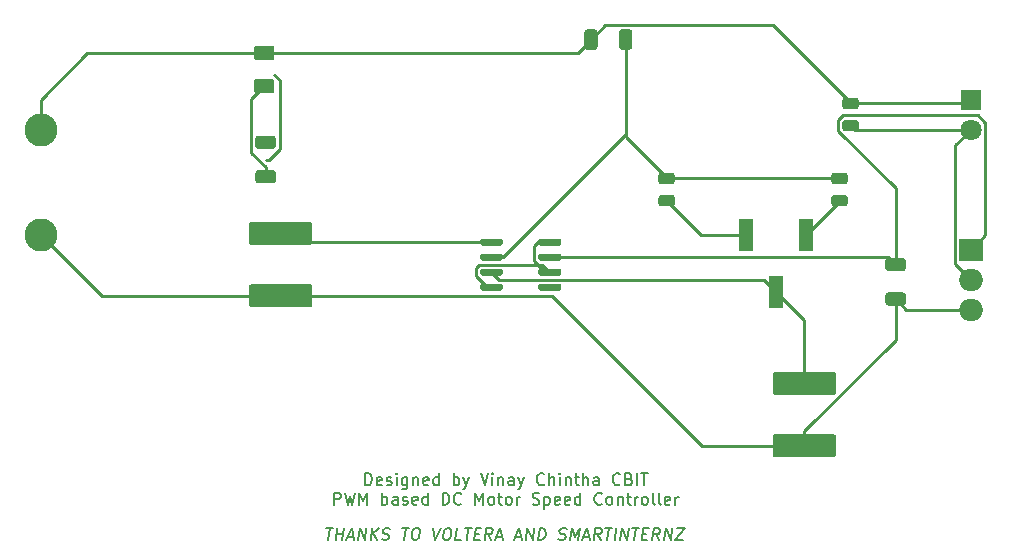
<source format=gbr>
%TF.GenerationSoftware,KiCad,Pcbnew,(5.1.9)-1*%
%TF.CreationDate,2021-03-19T17:10:50+05:30*%
%TF.ProjectId,PWM Based DC Motor Speed Controller,50574d20-4261-4736-9564-204443204d6f,rev?*%
%TF.SameCoordinates,Original*%
%TF.FileFunction,Copper,L1,Top*%
%TF.FilePolarity,Positive*%
%FSLAX46Y46*%
G04 Gerber Fmt 4.6, Leading zero omitted, Abs format (unit mm)*
G04 Created by KiCad (PCBNEW (5.1.9)-1) date 2021-03-19 17:10:50*
%MOMM*%
%LPD*%
G01*
G04 APERTURE LIST*
%TA.AperFunction,NonConductor*%
%ADD10C,0.150000*%
%TD*%
%TA.AperFunction,ComponentPad*%
%ADD11C,2.800000*%
%TD*%
%TA.AperFunction,SMDPad,CuDef*%
%ADD12R,1.190000X2.790000*%
%TD*%
%TA.AperFunction,ComponentPad*%
%ADD13O,2.000000X1.905000*%
%TD*%
%TA.AperFunction,ComponentPad*%
%ADD14R,2.000000X1.905000*%
%TD*%
%TA.AperFunction,ComponentPad*%
%ADD15C,1.800000*%
%TD*%
%TA.AperFunction,ComponentPad*%
%ADD16R,1.800000X1.800000*%
%TD*%
%TA.AperFunction,Conductor*%
%ADD17C,0.250000*%
%TD*%
G04 APERTURE END LIST*
D10*
X115644538Y-121372380D02*
X116215967Y-121372380D01*
X115805252Y-122372380D02*
X115930252Y-121372380D01*
X116424300Y-122372380D02*
X116549300Y-121372380D01*
X116489776Y-121848571D02*
X117061205Y-121848571D01*
X116995729Y-122372380D02*
X117120729Y-121372380D01*
X117460014Y-122086666D02*
X117936205Y-122086666D01*
X117329062Y-122372380D02*
X117787395Y-121372380D01*
X117995729Y-122372380D01*
X118329062Y-122372380D02*
X118454062Y-121372380D01*
X118900491Y-122372380D01*
X119025491Y-121372380D01*
X119376681Y-122372380D02*
X119501681Y-121372380D01*
X119948110Y-122372380D02*
X119590967Y-121800952D01*
X120073110Y-121372380D02*
X119430252Y-121943809D01*
X120335014Y-122324761D02*
X120471919Y-122372380D01*
X120710014Y-122372380D01*
X120811205Y-122324761D01*
X120864776Y-122277142D01*
X120924300Y-122181904D01*
X120936205Y-122086666D01*
X120900491Y-121991428D01*
X120858824Y-121943809D01*
X120769538Y-121896190D01*
X120585014Y-121848571D01*
X120495729Y-121800952D01*
X120454062Y-121753333D01*
X120418348Y-121658095D01*
X120430252Y-121562857D01*
X120489776Y-121467619D01*
X120543348Y-121420000D01*
X120644538Y-121372380D01*
X120882633Y-121372380D01*
X121019538Y-121420000D01*
X122073110Y-121372380D02*
X122644538Y-121372380D01*
X122233824Y-122372380D02*
X122358824Y-121372380D01*
X123168348Y-121372380D02*
X123358824Y-121372380D01*
X123448110Y-121420000D01*
X123531443Y-121515238D01*
X123555252Y-121705714D01*
X123513586Y-122039047D01*
X123442157Y-122229523D01*
X123335014Y-122324761D01*
X123233824Y-122372380D01*
X123043348Y-122372380D01*
X122954062Y-122324761D01*
X122870729Y-122229523D01*
X122846919Y-122039047D01*
X122888586Y-121705714D01*
X122960014Y-121515238D01*
X123067157Y-121420000D01*
X123168348Y-121372380D01*
X124644538Y-121372380D02*
X124852872Y-122372380D01*
X125311205Y-121372380D01*
X125835014Y-121372380D02*
X126025491Y-121372380D01*
X126114776Y-121420000D01*
X126198110Y-121515238D01*
X126221919Y-121705714D01*
X126180252Y-122039047D01*
X126108824Y-122229523D01*
X126001681Y-122324761D01*
X125900491Y-122372380D01*
X125710014Y-122372380D01*
X125620729Y-122324761D01*
X125537395Y-122229523D01*
X125513586Y-122039047D01*
X125555252Y-121705714D01*
X125626681Y-121515238D01*
X125733824Y-121420000D01*
X125835014Y-121372380D01*
X127043348Y-122372380D02*
X126567157Y-122372380D01*
X126692157Y-121372380D01*
X127358824Y-121372380D02*
X127930252Y-121372380D01*
X127519538Y-122372380D02*
X127644538Y-121372380D01*
X128204062Y-121848571D02*
X128537395Y-121848571D01*
X128614776Y-122372380D02*
X128138586Y-122372380D01*
X128263586Y-121372380D01*
X128739776Y-121372380D01*
X129614776Y-122372380D02*
X129340967Y-121896190D01*
X129043348Y-122372380D02*
X129168348Y-121372380D01*
X129549300Y-121372380D01*
X129638586Y-121420000D01*
X129680252Y-121467619D01*
X129715967Y-121562857D01*
X129698110Y-121705714D01*
X129638586Y-121800952D01*
X129585014Y-121848571D01*
X129483824Y-121896190D01*
X129102872Y-121896190D01*
X130031443Y-122086666D02*
X130507633Y-122086666D01*
X129900491Y-122372380D02*
X130358824Y-121372380D01*
X130567157Y-122372380D01*
X131650491Y-122086666D02*
X132126681Y-122086666D01*
X131519538Y-122372380D02*
X131977872Y-121372380D01*
X132186205Y-122372380D01*
X132519538Y-122372380D02*
X132644538Y-121372380D01*
X133090967Y-122372380D01*
X133215967Y-121372380D01*
X133567157Y-122372380D02*
X133692157Y-121372380D01*
X133930252Y-121372380D01*
X134067157Y-121420000D01*
X134150491Y-121515238D01*
X134186205Y-121610476D01*
X134210014Y-121800952D01*
X134192157Y-121943809D01*
X134120729Y-122134285D01*
X134061205Y-122229523D01*
X133954062Y-122324761D01*
X133805252Y-122372380D01*
X133567157Y-122372380D01*
X135287395Y-122324761D02*
X135424300Y-122372380D01*
X135662395Y-122372380D01*
X135763586Y-122324761D01*
X135817157Y-122277142D01*
X135876681Y-122181904D01*
X135888586Y-122086666D01*
X135852872Y-121991428D01*
X135811205Y-121943809D01*
X135721919Y-121896190D01*
X135537395Y-121848571D01*
X135448110Y-121800952D01*
X135406443Y-121753333D01*
X135370729Y-121658095D01*
X135382633Y-121562857D01*
X135442157Y-121467619D01*
X135495729Y-121420000D01*
X135596919Y-121372380D01*
X135835014Y-121372380D01*
X135971919Y-121420000D01*
X136281443Y-122372380D02*
X136406443Y-121372380D01*
X136650491Y-122086666D01*
X137073110Y-121372380D01*
X136948110Y-122372380D01*
X137412395Y-122086666D02*
X137888586Y-122086666D01*
X137281443Y-122372380D02*
X137739776Y-121372380D01*
X137948110Y-122372380D01*
X138852872Y-122372380D02*
X138579062Y-121896190D01*
X138281443Y-122372380D02*
X138406443Y-121372380D01*
X138787395Y-121372380D01*
X138876681Y-121420000D01*
X138918348Y-121467619D01*
X138954062Y-121562857D01*
X138936205Y-121705714D01*
X138876681Y-121800952D01*
X138823110Y-121848571D01*
X138721919Y-121896190D01*
X138340967Y-121896190D01*
X139263586Y-121372380D02*
X139835014Y-121372380D01*
X139424300Y-122372380D02*
X139549300Y-121372380D01*
X140043348Y-122372380D02*
X140168348Y-121372380D01*
X140519538Y-122372380D02*
X140644538Y-121372380D01*
X141090967Y-122372380D01*
X141215967Y-121372380D01*
X141549300Y-121372380D02*
X142120729Y-121372380D01*
X141710014Y-122372380D02*
X141835014Y-121372380D01*
X142394538Y-121848571D02*
X142727872Y-121848571D01*
X142805252Y-122372380D02*
X142329062Y-122372380D01*
X142454062Y-121372380D01*
X142930252Y-121372380D01*
X143805252Y-122372380D02*
X143531443Y-121896190D01*
X143233824Y-122372380D02*
X143358824Y-121372380D01*
X143739776Y-121372380D01*
X143829062Y-121420000D01*
X143870729Y-121467619D01*
X143906443Y-121562857D01*
X143888586Y-121705714D01*
X143829062Y-121800952D01*
X143775491Y-121848571D01*
X143674300Y-121896190D01*
X143293348Y-121896190D01*
X144233824Y-122372380D02*
X144358824Y-121372380D01*
X144805252Y-122372380D01*
X144930252Y-121372380D01*
X145311205Y-121372380D02*
X145977872Y-121372380D01*
X145186205Y-122372380D01*
X145852872Y-122372380D01*
X118929047Y-117737380D02*
X118929047Y-116737380D01*
X119167142Y-116737380D01*
X119309999Y-116785000D01*
X119405238Y-116880238D01*
X119452857Y-116975476D01*
X119500476Y-117165952D01*
X119500476Y-117308809D01*
X119452857Y-117499285D01*
X119405238Y-117594523D01*
X119309999Y-117689761D01*
X119167142Y-117737380D01*
X118929047Y-117737380D01*
X120309999Y-117689761D02*
X120214761Y-117737380D01*
X120024285Y-117737380D01*
X119929047Y-117689761D01*
X119881428Y-117594523D01*
X119881428Y-117213571D01*
X119929047Y-117118333D01*
X120024285Y-117070714D01*
X120214761Y-117070714D01*
X120309999Y-117118333D01*
X120357619Y-117213571D01*
X120357619Y-117308809D01*
X119881428Y-117404047D01*
X120738571Y-117689761D02*
X120833809Y-117737380D01*
X121024285Y-117737380D01*
X121119523Y-117689761D01*
X121167142Y-117594523D01*
X121167142Y-117546904D01*
X121119523Y-117451666D01*
X121024285Y-117404047D01*
X120881428Y-117404047D01*
X120786190Y-117356428D01*
X120738571Y-117261190D01*
X120738571Y-117213571D01*
X120786190Y-117118333D01*
X120881428Y-117070714D01*
X121024285Y-117070714D01*
X121119523Y-117118333D01*
X121595714Y-117737380D02*
X121595714Y-117070714D01*
X121595714Y-116737380D02*
X121548095Y-116785000D01*
X121595714Y-116832619D01*
X121643333Y-116785000D01*
X121595714Y-116737380D01*
X121595714Y-116832619D01*
X122500476Y-117070714D02*
X122500476Y-117880238D01*
X122452857Y-117975476D01*
X122405238Y-118023095D01*
X122309999Y-118070714D01*
X122167142Y-118070714D01*
X122071904Y-118023095D01*
X122500476Y-117689761D02*
X122405238Y-117737380D01*
X122214761Y-117737380D01*
X122119523Y-117689761D01*
X122071904Y-117642142D01*
X122024285Y-117546904D01*
X122024285Y-117261190D01*
X122071904Y-117165952D01*
X122119523Y-117118333D01*
X122214761Y-117070714D01*
X122405238Y-117070714D01*
X122500476Y-117118333D01*
X122976666Y-117070714D02*
X122976666Y-117737380D01*
X122976666Y-117165952D02*
X123024285Y-117118333D01*
X123119523Y-117070714D01*
X123262380Y-117070714D01*
X123357619Y-117118333D01*
X123405238Y-117213571D01*
X123405238Y-117737380D01*
X124262380Y-117689761D02*
X124167142Y-117737380D01*
X123976666Y-117737380D01*
X123881428Y-117689761D01*
X123833809Y-117594523D01*
X123833809Y-117213571D01*
X123881428Y-117118333D01*
X123976666Y-117070714D01*
X124167142Y-117070714D01*
X124262380Y-117118333D01*
X124310000Y-117213571D01*
X124310000Y-117308809D01*
X123833809Y-117404047D01*
X125167142Y-117737380D02*
X125167142Y-116737380D01*
X125167142Y-117689761D02*
X125071904Y-117737380D01*
X124881428Y-117737380D01*
X124786190Y-117689761D01*
X124738571Y-117642142D01*
X124690952Y-117546904D01*
X124690952Y-117261190D01*
X124738571Y-117165952D01*
X124786190Y-117118333D01*
X124881428Y-117070714D01*
X125071904Y-117070714D01*
X125167142Y-117118333D01*
X126405238Y-117737380D02*
X126405238Y-116737380D01*
X126405238Y-117118333D02*
X126500476Y-117070714D01*
X126690952Y-117070714D01*
X126786190Y-117118333D01*
X126833809Y-117165952D01*
X126881428Y-117261190D01*
X126881428Y-117546904D01*
X126833809Y-117642142D01*
X126786190Y-117689761D01*
X126690952Y-117737380D01*
X126500476Y-117737380D01*
X126405238Y-117689761D01*
X127214761Y-117070714D02*
X127452857Y-117737380D01*
X127690952Y-117070714D02*
X127452857Y-117737380D01*
X127357619Y-117975476D01*
X127310000Y-118023095D01*
X127214761Y-118070714D01*
X128690952Y-116737380D02*
X129024285Y-117737380D01*
X129357619Y-116737380D01*
X129690952Y-117737380D02*
X129690952Y-117070714D01*
X129690952Y-116737380D02*
X129643333Y-116785000D01*
X129690952Y-116832619D01*
X129738571Y-116785000D01*
X129690952Y-116737380D01*
X129690952Y-116832619D01*
X130167142Y-117070714D02*
X130167142Y-117737380D01*
X130167142Y-117165952D02*
X130214761Y-117118333D01*
X130309999Y-117070714D01*
X130452857Y-117070714D01*
X130548095Y-117118333D01*
X130595714Y-117213571D01*
X130595714Y-117737380D01*
X131500476Y-117737380D02*
X131500476Y-117213571D01*
X131452857Y-117118333D01*
X131357619Y-117070714D01*
X131167142Y-117070714D01*
X131071904Y-117118333D01*
X131500476Y-117689761D02*
X131405238Y-117737380D01*
X131167142Y-117737380D01*
X131071904Y-117689761D01*
X131024285Y-117594523D01*
X131024285Y-117499285D01*
X131071904Y-117404047D01*
X131167142Y-117356428D01*
X131405238Y-117356428D01*
X131500476Y-117308809D01*
X131881428Y-117070714D02*
X132119523Y-117737380D01*
X132357619Y-117070714D02*
X132119523Y-117737380D01*
X132024285Y-117975476D01*
X131976666Y-118023095D01*
X131881428Y-118070714D01*
X134071904Y-117642142D02*
X134024285Y-117689761D01*
X133881428Y-117737380D01*
X133786190Y-117737380D01*
X133643333Y-117689761D01*
X133548095Y-117594523D01*
X133500476Y-117499285D01*
X133452857Y-117308809D01*
X133452857Y-117165952D01*
X133500476Y-116975476D01*
X133548095Y-116880238D01*
X133643333Y-116785000D01*
X133786190Y-116737380D01*
X133881428Y-116737380D01*
X134024285Y-116785000D01*
X134071904Y-116832619D01*
X134500476Y-117737380D02*
X134500476Y-116737380D01*
X134929047Y-117737380D02*
X134929047Y-117213571D01*
X134881428Y-117118333D01*
X134786190Y-117070714D01*
X134643333Y-117070714D01*
X134548095Y-117118333D01*
X134500476Y-117165952D01*
X135405238Y-117737380D02*
X135405238Y-117070714D01*
X135405238Y-116737380D02*
X135357619Y-116785000D01*
X135405238Y-116832619D01*
X135452857Y-116785000D01*
X135405238Y-116737380D01*
X135405238Y-116832619D01*
X135881428Y-117070714D02*
X135881428Y-117737380D01*
X135881428Y-117165952D02*
X135929047Y-117118333D01*
X136024285Y-117070714D01*
X136167142Y-117070714D01*
X136262380Y-117118333D01*
X136310000Y-117213571D01*
X136310000Y-117737380D01*
X136643333Y-117070714D02*
X137024285Y-117070714D01*
X136786190Y-116737380D02*
X136786190Y-117594523D01*
X136833809Y-117689761D01*
X136929047Y-117737380D01*
X137024285Y-117737380D01*
X137357619Y-117737380D02*
X137357619Y-116737380D01*
X137786190Y-117737380D02*
X137786190Y-117213571D01*
X137738571Y-117118333D01*
X137643333Y-117070714D01*
X137500476Y-117070714D01*
X137405238Y-117118333D01*
X137357619Y-117165952D01*
X138690952Y-117737380D02*
X138690952Y-117213571D01*
X138643333Y-117118333D01*
X138548095Y-117070714D01*
X138357619Y-117070714D01*
X138262380Y-117118333D01*
X138690952Y-117689761D02*
X138595714Y-117737380D01*
X138357619Y-117737380D01*
X138262380Y-117689761D01*
X138214761Y-117594523D01*
X138214761Y-117499285D01*
X138262380Y-117404047D01*
X138357619Y-117356428D01*
X138595714Y-117356428D01*
X138690952Y-117308809D01*
X140500476Y-117642142D02*
X140452857Y-117689761D01*
X140310000Y-117737380D01*
X140214761Y-117737380D01*
X140071904Y-117689761D01*
X139976666Y-117594523D01*
X139929047Y-117499285D01*
X139881428Y-117308809D01*
X139881428Y-117165952D01*
X139929047Y-116975476D01*
X139976666Y-116880238D01*
X140071904Y-116785000D01*
X140214761Y-116737380D01*
X140310000Y-116737380D01*
X140452857Y-116785000D01*
X140500476Y-116832619D01*
X141262380Y-117213571D02*
X141405238Y-117261190D01*
X141452857Y-117308809D01*
X141500476Y-117404047D01*
X141500476Y-117546904D01*
X141452857Y-117642142D01*
X141405238Y-117689761D01*
X141310000Y-117737380D01*
X140929047Y-117737380D01*
X140929047Y-116737380D01*
X141262380Y-116737380D01*
X141357619Y-116785000D01*
X141405238Y-116832619D01*
X141452857Y-116927857D01*
X141452857Y-117023095D01*
X141405238Y-117118333D01*
X141357619Y-117165952D01*
X141262380Y-117213571D01*
X140929047Y-117213571D01*
X141929047Y-117737380D02*
X141929047Y-116737380D01*
X142262380Y-116737380D02*
X142833809Y-116737380D01*
X142548095Y-117737380D02*
X142548095Y-116737380D01*
X116286190Y-119387380D02*
X116286190Y-118387380D01*
X116667142Y-118387380D01*
X116762380Y-118435000D01*
X116809999Y-118482619D01*
X116857619Y-118577857D01*
X116857619Y-118720714D01*
X116809999Y-118815952D01*
X116762380Y-118863571D01*
X116667142Y-118911190D01*
X116286190Y-118911190D01*
X117190952Y-118387380D02*
X117429047Y-119387380D01*
X117619523Y-118673095D01*
X117809999Y-119387380D01*
X118048095Y-118387380D01*
X118429047Y-119387380D02*
X118429047Y-118387380D01*
X118762380Y-119101666D01*
X119095714Y-118387380D01*
X119095714Y-119387380D01*
X120333809Y-119387380D02*
X120333809Y-118387380D01*
X120333809Y-118768333D02*
X120429047Y-118720714D01*
X120619523Y-118720714D01*
X120714761Y-118768333D01*
X120762380Y-118815952D01*
X120809999Y-118911190D01*
X120809999Y-119196904D01*
X120762380Y-119292142D01*
X120714761Y-119339761D01*
X120619523Y-119387380D01*
X120429047Y-119387380D01*
X120333809Y-119339761D01*
X121667142Y-119387380D02*
X121667142Y-118863571D01*
X121619523Y-118768333D01*
X121524285Y-118720714D01*
X121333809Y-118720714D01*
X121238571Y-118768333D01*
X121667142Y-119339761D02*
X121571904Y-119387380D01*
X121333809Y-119387380D01*
X121238571Y-119339761D01*
X121190952Y-119244523D01*
X121190952Y-119149285D01*
X121238571Y-119054047D01*
X121333809Y-119006428D01*
X121571904Y-119006428D01*
X121667142Y-118958809D01*
X122095714Y-119339761D02*
X122190952Y-119387380D01*
X122381428Y-119387380D01*
X122476666Y-119339761D01*
X122524285Y-119244523D01*
X122524285Y-119196904D01*
X122476666Y-119101666D01*
X122381428Y-119054047D01*
X122238571Y-119054047D01*
X122143333Y-119006428D01*
X122095714Y-118911190D01*
X122095714Y-118863571D01*
X122143333Y-118768333D01*
X122238571Y-118720714D01*
X122381428Y-118720714D01*
X122476666Y-118768333D01*
X123333809Y-119339761D02*
X123238571Y-119387380D01*
X123048095Y-119387380D01*
X122952857Y-119339761D01*
X122905238Y-119244523D01*
X122905238Y-118863571D01*
X122952857Y-118768333D01*
X123048095Y-118720714D01*
X123238571Y-118720714D01*
X123333809Y-118768333D01*
X123381428Y-118863571D01*
X123381428Y-118958809D01*
X122905238Y-119054047D01*
X124238571Y-119387380D02*
X124238571Y-118387380D01*
X124238571Y-119339761D02*
X124143333Y-119387380D01*
X123952857Y-119387380D01*
X123857619Y-119339761D01*
X123809999Y-119292142D01*
X123762380Y-119196904D01*
X123762380Y-118911190D01*
X123809999Y-118815952D01*
X123857619Y-118768333D01*
X123952857Y-118720714D01*
X124143333Y-118720714D01*
X124238571Y-118768333D01*
X125476666Y-119387380D02*
X125476666Y-118387380D01*
X125714761Y-118387380D01*
X125857619Y-118435000D01*
X125952857Y-118530238D01*
X126000476Y-118625476D01*
X126048095Y-118815952D01*
X126048095Y-118958809D01*
X126000476Y-119149285D01*
X125952857Y-119244523D01*
X125857619Y-119339761D01*
X125714761Y-119387380D01*
X125476666Y-119387380D01*
X127048095Y-119292142D02*
X127000476Y-119339761D01*
X126857619Y-119387380D01*
X126762380Y-119387380D01*
X126619523Y-119339761D01*
X126524285Y-119244523D01*
X126476666Y-119149285D01*
X126429047Y-118958809D01*
X126429047Y-118815952D01*
X126476666Y-118625476D01*
X126524285Y-118530238D01*
X126619523Y-118435000D01*
X126762380Y-118387380D01*
X126857619Y-118387380D01*
X127000476Y-118435000D01*
X127048095Y-118482619D01*
X128238571Y-119387380D02*
X128238571Y-118387380D01*
X128571904Y-119101666D01*
X128905238Y-118387380D01*
X128905238Y-119387380D01*
X129524285Y-119387380D02*
X129429047Y-119339761D01*
X129381428Y-119292142D01*
X129333809Y-119196904D01*
X129333809Y-118911190D01*
X129381428Y-118815952D01*
X129429047Y-118768333D01*
X129524285Y-118720714D01*
X129667142Y-118720714D01*
X129762380Y-118768333D01*
X129809999Y-118815952D01*
X129857619Y-118911190D01*
X129857619Y-119196904D01*
X129809999Y-119292142D01*
X129762380Y-119339761D01*
X129667142Y-119387380D01*
X129524285Y-119387380D01*
X130143333Y-118720714D02*
X130524285Y-118720714D01*
X130286190Y-118387380D02*
X130286190Y-119244523D01*
X130333809Y-119339761D01*
X130429047Y-119387380D01*
X130524285Y-119387380D01*
X131000476Y-119387380D02*
X130905238Y-119339761D01*
X130857619Y-119292142D01*
X130809999Y-119196904D01*
X130809999Y-118911190D01*
X130857619Y-118815952D01*
X130905238Y-118768333D01*
X131000476Y-118720714D01*
X131143333Y-118720714D01*
X131238571Y-118768333D01*
X131286190Y-118815952D01*
X131333809Y-118911190D01*
X131333809Y-119196904D01*
X131286190Y-119292142D01*
X131238571Y-119339761D01*
X131143333Y-119387380D01*
X131000476Y-119387380D01*
X131762380Y-119387380D02*
X131762380Y-118720714D01*
X131762380Y-118911190D02*
X131809999Y-118815952D01*
X131857619Y-118768333D01*
X131952857Y-118720714D01*
X132048095Y-118720714D01*
X133095714Y-119339761D02*
X133238571Y-119387380D01*
X133476666Y-119387380D01*
X133571904Y-119339761D01*
X133619523Y-119292142D01*
X133667142Y-119196904D01*
X133667142Y-119101666D01*
X133619523Y-119006428D01*
X133571904Y-118958809D01*
X133476666Y-118911190D01*
X133286190Y-118863571D01*
X133190952Y-118815952D01*
X133143333Y-118768333D01*
X133095714Y-118673095D01*
X133095714Y-118577857D01*
X133143333Y-118482619D01*
X133190952Y-118435000D01*
X133286190Y-118387380D01*
X133524285Y-118387380D01*
X133667142Y-118435000D01*
X134095714Y-118720714D02*
X134095714Y-119720714D01*
X134095714Y-118768333D02*
X134190952Y-118720714D01*
X134381428Y-118720714D01*
X134476666Y-118768333D01*
X134524285Y-118815952D01*
X134571904Y-118911190D01*
X134571904Y-119196904D01*
X134524285Y-119292142D01*
X134476666Y-119339761D01*
X134381428Y-119387380D01*
X134190952Y-119387380D01*
X134095714Y-119339761D01*
X135381428Y-119339761D02*
X135286190Y-119387380D01*
X135095714Y-119387380D01*
X135000476Y-119339761D01*
X134952857Y-119244523D01*
X134952857Y-118863571D01*
X135000476Y-118768333D01*
X135095714Y-118720714D01*
X135286190Y-118720714D01*
X135381428Y-118768333D01*
X135429047Y-118863571D01*
X135429047Y-118958809D01*
X134952857Y-119054047D01*
X136238571Y-119339761D02*
X136143333Y-119387380D01*
X135952857Y-119387380D01*
X135857619Y-119339761D01*
X135809999Y-119244523D01*
X135809999Y-118863571D01*
X135857619Y-118768333D01*
X135952857Y-118720714D01*
X136143333Y-118720714D01*
X136238571Y-118768333D01*
X136286190Y-118863571D01*
X136286190Y-118958809D01*
X135809999Y-119054047D01*
X137143333Y-119387380D02*
X137143333Y-118387380D01*
X137143333Y-119339761D02*
X137048095Y-119387380D01*
X136857619Y-119387380D01*
X136762380Y-119339761D01*
X136714761Y-119292142D01*
X136667142Y-119196904D01*
X136667142Y-118911190D01*
X136714761Y-118815952D01*
X136762380Y-118768333D01*
X136857619Y-118720714D01*
X137048095Y-118720714D01*
X137143333Y-118768333D01*
X138952857Y-119292142D02*
X138905238Y-119339761D01*
X138762380Y-119387380D01*
X138667142Y-119387380D01*
X138524285Y-119339761D01*
X138429047Y-119244523D01*
X138381428Y-119149285D01*
X138333809Y-118958809D01*
X138333809Y-118815952D01*
X138381428Y-118625476D01*
X138429047Y-118530238D01*
X138524285Y-118435000D01*
X138667142Y-118387380D01*
X138762380Y-118387380D01*
X138905238Y-118435000D01*
X138952857Y-118482619D01*
X139524285Y-119387380D02*
X139429047Y-119339761D01*
X139381428Y-119292142D01*
X139333809Y-119196904D01*
X139333809Y-118911190D01*
X139381428Y-118815952D01*
X139429047Y-118768333D01*
X139524285Y-118720714D01*
X139667142Y-118720714D01*
X139762380Y-118768333D01*
X139809999Y-118815952D01*
X139857619Y-118911190D01*
X139857619Y-119196904D01*
X139809999Y-119292142D01*
X139762380Y-119339761D01*
X139667142Y-119387380D01*
X139524285Y-119387380D01*
X140286190Y-118720714D02*
X140286190Y-119387380D01*
X140286190Y-118815952D02*
X140333809Y-118768333D01*
X140429047Y-118720714D01*
X140571904Y-118720714D01*
X140667142Y-118768333D01*
X140714761Y-118863571D01*
X140714761Y-119387380D01*
X141048095Y-118720714D02*
X141429047Y-118720714D01*
X141190952Y-118387380D02*
X141190952Y-119244523D01*
X141238571Y-119339761D01*
X141333809Y-119387380D01*
X141429047Y-119387380D01*
X141762380Y-119387380D02*
X141762380Y-118720714D01*
X141762380Y-118911190D02*
X141809999Y-118815952D01*
X141857619Y-118768333D01*
X141952857Y-118720714D01*
X142048095Y-118720714D01*
X142524285Y-119387380D02*
X142429047Y-119339761D01*
X142381428Y-119292142D01*
X142333809Y-119196904D01*
X142333809Y-118911190D01*
X142381428Y-118815952D01*
X142429047Y-118768333D01*
X142524285Y-118720714D01*
X142667142Y-118720714D01*
X142762380Y-118768333D01*
X142809999Y-118815952D01*
X142857619Y-118911190D01*
X142857619Y-119196904D01*
X142809999Y-119292142D01*
X142762380Y-119339761D01*
X142667142Y-119387380D01*
X142524285Y-119387380D01*
X143429047Y-119387380D02*
X143333809Y-119339761D01*
X143286190Y-119244523D01*
X143286190Y-118387380D01*
X143952857Y-119387380D02*
X143857619Y-119339761D01*
X143809999Y-119244523D01*
X143809999Y-118387380D01*
X144714761Y-119339761D02*
X144619523Y-119387380D01*
X144429047Y-119387380D01*
X144333809Y-119339761D01*
X144286190Y-119244523D01*
X144286190Y-118863571D01*
X144333809Y-118768333D01*
X144429047Y-118720714D01*
X144619523Y-118720714D01*
X144714761Y-118768333D01*
X144762380Y-118863571D01*
X144762380Y-118958809D01*
X144286190Y-119054047D01*
X145190952Y-119387380D02*
X145190952Y-118720714D01*
X145190952Y-118911190D02*
X145238571Y-118815952D01*
X145286190Y-118768333D01*
X145381428Y-118720714D01*
X145476666Y-118720714D01*
%TO.P,U1,8*%
%TO.N,/VCC*%
%TA.AperFunction,SMDPad,CuDef*%
G36*
G01*
X130580000Y-100815000D02*
X130580000Y-101115000D01*
G75*
G02*
X130430000Y-101265000I-150000J0D01*
G01*
X128780000Y-101265000D01*
G75*
G02*
X128630000Y-101115000I0J150000D01*
G01*
X128630000Y-100815000D01*
G75*
G02*
X128780000Y-100665000I150000J0D01*
G01*
X130430000Y-100665000D01*
G75*
G02*
X130580000Y-100815000I0J-150000D01*
G01*
G37*
%TD.AperFunction*%
%TO.P,U1,7*%
%TO.N,Net-(C2-Pad1)*%
%TA.AperFunction,SMDPad,CuDef*%
G36*
G01*
X130580000Y-99545000D02*
X130580000Y-99845000D01*
G75*
G02*
X130430000Y-99995000I-150000J0D01*
G01*
X128780000Y-99995000D01*
G75*
G02*
X128630000Y-99845000I0J150000D01*
G01*
X128630000Y-99545000D01*
G75*
G02*
X128780000Y-99395000I150000J0D01*
G01*
X130430000Y-99395000D01*
G75*
G02*
X130580000Y-99545000I0J-150000D01*
G01*
G37*
%TD.AperFunction*%
%TO.P,U1,6*%
%TO.N,/2D*%
%TA.AperFunction,SMDPad,CuDef*%
G36*
G01*
X130580000Y-98275000D02*
X130580000Y-98575000D01*
G75*
G02*
X130430000Y-98725000I-150000J0D01*
G01*
X128780000Y-98725000D01*
G75*
G02*
X128630000Y-98575000I0J150000D01*
G01*
X128630000Y-98275000D01*
G75*
G02*
X128780000Y-98125000I150000J0D01*
G01*
X130430000Y-98125000D01*
G75*
G02*
X130580000Y-98275000I0J-150000D01*
G01*
G37*
%TD.AperFunction*%
%TO.P,U1,5*%
%TO.N,/C1*%
%TA.AperFunction,SMDPad,CuDef*%
G36*
G01*
X130580000Y-97005000D02*
X130580000Y-97305000D01*
G75*
G02*
X130430000Y-97455000I-150000J0D01*
G01*
X128780000Y-97455000D01*
G75*
G02*
X128630000Y-97305000I0J150000D01*
G01*
X128630000Y-97005000D01*
G75*
G02*
X128780000Y-96855000I150000J0D01*
G01*
X130430000Y-96855000D01*
G75*
G02*
X130580000Y-97005000I0J-150000D01*
G01*
G37*
%TD.AperFunction*%
%TO.P,U1,4*%
%TO.N,/VCC*%
%TA.AperFunction,SMDPad,CuDef*%
G36*
G01*
X135530000Y-97005000D02*
X135530000Y-97305000D01*
G75*
G02*
X135380000Y-97455000I-150000J0D01*
G01*
X133730000Y-97455000D01*
G75*
G02*
X133580000Y-97305000I0J150000D01*
G01*
X133580000Y-97005000D01*
G75*
G02*
X133730000Y-96855000I150000J0D01*
G01*
X135380000Y-96855000D01*
G75*
G02*
X135530000Y-97005000I0J-150000D01*
G01*
G37*
%TD.AperFunction*%
%TO.P,U1,3*%
%TO.N,Net-(Q1-Pad1)*%
%TA.AperFunction,SMDPad,CuDef*%
G36*
G01*
X135530000Y-98275000D02*
X135530000Y-98575000D01*
G75*
G02*
X135380000Y-98725000I-150000J0D01*
G01*
X133730000Y-98725000D01*
G75*
G02*
X133580000Y-98575000I0J150000D01*
G01*
X133580000Y-98275000D01*
G75*
G02*
X133730000Y-98125000I150000J0D01*
G01*
X135380000Y-98125000D01*
G75*
G02*
X135530000Y-98275000I0J-150000D01*
G01*
G37*
%TD.AperFunction*%
%TO.P,U1,2*%
%TO.N,/VCC*%
%TA.AperFunction,SMDPad,CuDef*%
G36*
G01*
X135530000Y-99545000D02*
X135530000Y-99845000D01*
G75*
G02*
X135380000Y-99995000I-150000J0D01*
G01*
X133730000Y-99995000D01*
G75*
G02*
X133580000Y-99845000I0J150000D01*
G01*
X133580000Y-99545000D01*
G75*
G02*
X133730000Y-99395000I150000J0D01*
G01*
X135380000Y-99395000D01*
G75*
G02*
X135530000Y-99545000I0J-150000D01*
G01*
G37*
%TD.AperFunction*%
%TO.P,U1,1*%
%TO.N,Net-(C1-Pad2)*%
%TA.AperFunction,SMDPad,CuDef*%
G36*
G01*
X135530000Y-100815000D02*
X135530000Y-101115000D01*
G75*
G02*
X135380000Y-101265000I-150000J0D01*
G01*
X133730000Y-101265000D01*
G75*
G02*
X133580000Y-101115000I0J150000D01*
G01*
X133580000Y-100815000D01*
G75*
G02*
X133730000Y-100665000I150000J0D01*
G01*
X135380000Y-100665000D01*
G75*
G02*
X135530000Y-100815000I0J-150000D01*
G01*
G37*
%TD.AperFunction*%
%TD*%
D11*
%TO.P,TP2,1*%
%TO.N,Net-(C1-Pad2)*%
X91440000Y-96520000D03*
%TD*%
%TO.P,TP1,1*%
%TO.N,Net-(D1-Pad2)*%
X91440000Y-87630000D03*
%TD*%
D12*
%TO.P,RV1,3*%
%TO.N,Net-(D2-Pad1)*%
X151130000Y-96520000D03*
%TO.P,RV1,2*%
%TO.N,Net-(C2-Pad1)*%
X153670000Y-101350000D03*
%TO.P,RV1,1*%
%TO.N,Net-(D3-Pad2)*%
X156210000Y-96520000D03*
%TD*%
%TO.P,R3,2*%
%TO.N,Net-(C1-Pad2)*%
%TA.AperFunction,SMDPad,CuDef*%
G36*
G01*
X163204999Y-101422500D02*
X164455001Y-101422500D01*
G75*
G02*
X164705000Y-101672499I0J-249999D01*
G01*
X164705000Y-102297501D01*
G75*
G02*
X164455001Y-102547500I-249999J0D01*
G01*
X163204999Y-102547500D01*
G75*
G02*
X162955000Y-102297501I0J249999D01*
G01*
X162955000Y-101672499D01*
G75*
G02*
X163204999Y-101422500I249999J0D01*
G01*
G37*
%TD.AperFunction*%
%TO.P,R3,1*%
%TO.N,Net-(Q1-Pad1)*%
%TA.AperFunction,SMDPad,CuDef*%
G36*
G01*
X163204999Y-98497500D02*
X164455001Y-98497500D01*
G75*
G02*
X164705000Y-98747499I0J-249999D01*
G01*
X164705000Y-99372501D01*
G75*
G02*
X164455001Y-99622500I-249999J0D01*
G01*
X163204999Y-99622500D01*
G75*
G02*
X162955000Y-99372501I0J249999D01*
G01*
X162955000Y-98747499D01*
G75*
G02*
X163204999Y-98497500I249999J0D01*
G01*
G37*
%TD.AperFunction*%
%TD*%
%TO.P,R2,2*%
%TO.N,/2D*%
%TA.AperFunction,SMDPad,CuDef*%
G36*
G01*
X140407500Y-80635001D02*
X140407500Y-79384999D01*
G75*
G02*
X140657499Y-79135000I249999J0D01*
G01*
X141282501Y-79135000D01*
G75*
G02*
X141532500Y-79384999I0J-249999D01*
G01*
X141532500Y-80635001D01*
G75*
G02*
X141282501Y-80885000I-249999J0D01*
G01*
X140657499Y-80885000D01*
G75*
G02*
X140407500Y-80635001I0J249999D01*
G01*
G37*
%TD.AperFunction*%
%TO.P,R2,1*%
%TO.N,Net-(D1-Pad2)*%
%TA.AperFunction,SMDPad,CuDef*%
G36*
G01*
X137482500Y-80635001D02*
X137482500Y-79384999D01*
G75*
G02*
X137732499Y-79135000I249999J0D01*
G01*
X138357501Y-79135000D01*
G75*
G02*
X138607500Y-79384999I0J-249999D01*
G01*
X138607500Y-80635001D01*
G75*
G02*
X138357501Y-80885000I-249999J0D01*
G01*
X137732499Y-80885000D01*
G75*
G02*
X137482500Y-80635001I0J249999D01*
G01*
G37*
%TD.AperFunction*%
%TD*%
%TO.P,R1,2*%
%TO.N,Net-(R1-Pad2)*%
%TA.AperFunction,SMDPad,CuDef*%
G36*
G01*
X111115001Y-89270000D02*
X109864999Y-89270000D01*
G75*
G02*
X109615000Y-89020001I0J249999D01*
G01*
X109615000Y-88394999D01*
G75*
G02*
X109864999Y-88145000I249999J0D01*
G01*
X111115001Y-88145000D01*
G75*
G02*
X111365000Y-88394999I0J-249999D01*
G01*
X111365000Y-89020001D01*
G75*
G02*
X111115001Y-89270000I-249999J0D01*
G01*
G37*
%TD.AperFunction*%
%TO.P,R1,1*%
%TO.N,Net-(D1-Pad1)*%
%TA.AperFunction,SMDPad,CuDef*%
G36*
G01*
X111115001Y-92195000D02*
X109864999Y-92195000D01*
G75*
G02*
X109615000Y-91945001I0J249999D01*
G01*
X109615000Y-91319999D01*
G75*
G02*
X109864999Y-91070000I249999J0D01*
G01*
X111115001Y-91070000D01*
G75*
G02*
X111365000Y-91319999I0J-249999D01*
G01*
X111365000Y-91945001D01*
G75*
G02*
X111115001Y-92195000I-249999J0D01*
G01*
G37*
%TD.AperFunction*%
%TD*%
D13*
%TO.P,Q1,3*%
%TO.N,Net-(C1-Pad2)*%
X170180000Y-102870000D03*
%TO.P,Q1,2*%
%TO.N,Net-(D4-Pad1)*%
X170180000Y-100330000D03*
D14*
%TO.P,Q1,1*%
%TO.N,Net-(Q1-Pad1)*%
X170180000Y-97790000D03*
%TD*%
D15*
%TO.P,M1,2*%
%TO.N,Net-(D4-Pad1)*%
X170180000Y-87630000D03*
D16*
%TO.P,M1,1*%
%TO.N,Net-(D1-Pad2)*%
X170180000Y-85090000D03*
%TD*%
%TO.P,D4,2*%
%TO.N,Net-(D1-Pad2)*%
%TA.AperFunction,SMDPad,CuDef*%
G36*
G01*
X160476250Y-85910000D02*
X159563750Y-85910000D01*
G75*
G02*
X159320000Y-85666250I0J243750D01*
G01*
X159320000Y-85178750D01*
G75*
G02*
X159563750Y-84935000I243750J0D01*
G01*
X160476250Y-84935000D01*
G75*
G02*
X160720000Y-85178750I0J-243750D01*
G01*
X160720000Y-85666250D01*
G75*
G02*
X160476250Y-85910000I-243750J0D01*
G01*
G37*
%TD.AperFunction*%
%TO.P,D4,1*%
%TO.N,Net-(D4-Pad1)*%
%TA.AperFunction,SMDPad,CuDef*%
G36*
G01*
X160476250Y-87785000D02*
X159563750Y-87785000D01*
G75*
G02*
X159320000Y-87541250I0J243750D01*
G01*
X159320000Y-87053750D01*
G75*
G02*
X159563750Y-86810000I243750J0D01*
G01*
X160476250Y-86810000D01*
G75*
G02*
X160720000Y-87053750I0J-243750D01*
G01*
X160720000Y-87541250D01*
G75*
G02*
X160476250Y-87785000I-243750J0D01*
G01*
G37*
%TD.AperFunction*%
%TD*%
%TO.P,D3,2*%
%TO.N,Net-(D3-Pad2)*%
%TA.AperFunction,SMDPad,CuDef*%
G36*
G01*
X158626250Y-93160000D02*
X159538750Y-93160000D01*
G75*
G02*
X159782500Y-93403750I0J-243750D01*
G01*
X159782500Y-93891250D01*
G75*
G02*
X159538750Y-94135000I-243750J0D01*
G01*
X158626250Y-94135000D01*
G75*
G02*
X158382500Y-93891250I0J243750D01*
G01*
X158382500Y-93403750D01*
G75*
G02*
X158626250Y-93160000I243750J0D01*
G01*
G37*
%TD.AperFunction*%
%TO.P,D3,1*%
%TO.N,/2D*%
%TA.AperFunction,SMDPad,CuDef*%
G36*
G01*
X158626250Y-91285000D02*
X159538750Y-91285000D01*
G75*
G02*
X159782500Y-91528750I0J-243750D01*
G01*
X159782500Y-92016250D01*
G75*
G02*
X159538750Y-92260000I-243750J0D01*
G01*
X158626250Y-92260000D01*
G75*
G02*
X158382500Y-92016250I0J243750D01*
G01*
X158382500Y-91528750D01*
G75*
G02*
X158626250Y-91285000I243750J0D01*
G01*
G37*
%TD.AperFunction*%
%TD*%
%TO.P,D2,2*%
%TO.N,/2D*%
%TA.AperFunction,SMDPad,CuDef*%
G36*
G01*
X144903750Y-92260000D02*
X143991250Y-92260000D01*
G75*
G02*
X143747500Y-92016250I0J243750D01*
G01*
X143747500Y-91528750D01*
G75*
G02*
X143991250Y-91285000I243750J0D01*
G01*
X144903750Y-91285000D01*
G75*
G02*
X145147500Y-91528750I0J-243750D01*
G01*
X145147500Y-92016250D01*
G75*
G02*
X144903750Y-92260000I-243750J0D01*
G01*
G37*
%TD.AperFunction*%
%TO.P,D2,1*%
%TO.N,Net-(D2-Pad1)*%
%TA.AperFunction,SMDPad,CuDef*%
G36*
G01*
X144903750Y-94135000D02*
X143991250Y-94135000D01*
G75*
G02*
X143747500Y-93891250I0J243750D01*
G01*
X143747500Y-93403750D01*
G75*
G02*
X143991250Y-93160000I243750J0D01*
G01*
X144903750Y-93160000D01*
G75*
G02*
X145147500Y-93403750I0J-243750D01*
G01*
X145147500Y-93891250D01*
G75*
G02*
X144903750Y-94135000I-243750J0D01*
G01*
G37*
%TD.AperFunction*%
%TD*%
%TO.P,D1,2*%
%TO.N,Net-(D1-Pad2)*%
%TA.AperFunction,SMDPad,CuDef*%
G36*
G01*
X110985000Y-81775000D02*
X109735000Y-81775000D01*
G75*
G02*
X109485000Y-81525000I0J250000D01*
G01*
X109485000Y-80775000D01*
G75*
G02*
X109735000Y-80525000I250000J0D01*
G01*
X110985000Y-80525000D01*
G75*
G02*
X111235000Y-80775000I0J-250000D01*
G01*
X111235000Y-81525000D01*
G75*
G02*
X110985000Y-81775000I-250000J0D01*
G01*
G37*
%TD.AperFunction*%
%TO.P,D1,1*%
%TO.N,Net-(D1-Pad1)*%
%TA.AperFunction,SMDPad,CuDef*%
G36*
G01*
X110985000Y-84575000D02*
X109735000Y-84575000D01*
G75*
G02*
X109485000Y-84325000I0J250000D01*
G01*
X109485000Y-83575000D01*
G75*
G02*
X109735000Y-83325000I250000J0D01*
G01*
X110985000Y-83325000D01*
G75*
G02*
X111235000Y-83575000I0J-250000D01*
G01*
X111235000Y-84325000D01*
G75*
G02*
X110985000Y-84575000I-250000J0D01*
G01*
G37*
%TD.AperFunction*%
%TD*%
%TO.P,C2,2*%
%TO.N,Net-(C1-Pad2)*%
%TA.AperFunction,SMDPad,CuDef*%
G36*
G01*
X153662499Y-113410000D02*
X158562501Y-113410000D01*
G75*
G02*
X158812500Y-113659999I0J-249999D01*
G01*
X158812500Y-115135001D01*
G75*
G02*
X158562501Y-115385000I-249999J0D01*
G01*
X153662499Y-115385000D01*
G75*
G02*
X153412500Y-115135001I0J249999D01*
G01*
X153412500Y-113659999D01*
G75*
G02*
X153662499Y-113410000I249999J0D01*
G01*
G37*
%TD.AperFunction*%
%TO.P,C2,1*%
%TO.N,Net-(C2-Pad1)*%
%TA.AperFunction,SMDPad,CuDef*%
G36*
G01*
X153662499Y-108135000D02*
X158562501Y-108135000D01*
G75*
G02*
X158812500Y-108384999I0J-249999D01*
G01*
X158812500Y-109860001D01*
G75*
G02*
X158562501Y-110110000I-249999J0D01*
G01*
X153662499Y-110110000D01*
G75*
G02*
X153412500Y-109860001I0J249999D01*
G01*
X153412500Y-108384999D01*
G75*
G02*
X153662499Y-108135000I249999J0D01*
G01*
G37*
%TD.AperFunction*%
%TD*%
%TO.P,C1,2*%
%TO.N,Net-(C1-Pad2)*%
%TA.AperFunction,SMDPad,CuDef*%
G36*
G01*
X109309999Y-100710000D02*
X114210001Y-100710000D01*
G75*
G02*
X114460000Y-100959999I0J-249999D01*
G01*
X114460000Y-102435001D01*
G75*
G02*
X114210001Y-102685000I-249999J0D01*
G01*
X109309999Y-102685000D01*
G75*
G02*
X109060000Y-102435001I0J249999D01*
G01*
X109060000Y-100959999D01*
G75*
G02*
X109309999Y-100710000I249999J0D01*
G01*
G37*
%TD.AperFunction*%
%TO.P,C1,1*%
%TO.N,/C1*%
%TA.AperFunction,SMDPad,CuDef*%
G36*
G01*
X109309999Y-95435000D02*
X114210001Y-95435000D01*
G75*
G02*
X114460000Y-95684999I0J-249999D01*
G01*
X114460000Y-97160001D01*
G75*
G02*
X114210001Y-97410000I-249999J0D01*
G01*
X109309999Y-97410000D01*
G75*
G02*
X109060000Y-97160001I0J249999D01*
G01*
X109060000Y-95684999D01*
G75*
G02*
X109309999Y-95435000I249999J0D01*
G01*
G37*
%TD.AperFunction*%
%TD*%
D17*
%TO.N,*%
X111690010Y-83466820D02*
X111223180Y-82999990D01*
X111690010Y-89258180D02*
X111690010Y-83466820D01*
X110778190Y-90170000D02*
X111690010Y-89258180D01*
X110490000Y-90170000D02*
X110778190Y-90170000D01*
%TO.N,Net-(C1-Pad2)*%
X164715000Y-102870000D02*
X163830000Y-101985000D01*
X170180000Y-102870000D02*
X164715000Y-102870000D01*
X156112500Y-113123190D02*
X156112500Y-114397500D01*
X163830000Y-105405690D02*
X156112500Y-113123190D01*
X163830000Y-101985000D02*
X163830000Y-105405690D01*
X156112500Y-114397500D02*
X147417500Y-114397500D01*
X134717500Y-101697500D02*
X111760000Y-101697500D01*
X147417500Y-114397500D02*
X134717500Y-101697500D01*
X96617500Y-101697500D02*
X91440000Y-96520000D01*
X111760000Y-101697500D02*
X96617500Y-101697500D01*
%TO.N,/C1*%
X112492500Y-97155000D02*
X111760000Y-96422500D01*
X129605000Y-97155000D02*
X112492500Y-97155000D01*
%TO.N,Net-(C2-Pad1)*%
X156112500Y-103792500D02*
X153670000Y-101350000D01*
X156112500Y-109122500D02*
X156112500Y-103792500D01*
X130249990Y-100339990D02*
X129605000Y-99695000D01*
X152659990Y-100339990D02*
X130249990Y-100339990D01*
X153670000Y-101350000D02*
X152659990Y-100339990D01*
%TO.N,Net-(D1-Pad2)*%
X91440000Y-87630000D02*
X91440000Y-85090000D01*
X95380000Y-81150000D02*
X110360000Y-81150000D01*
X91440000Y-85090000D02*
X95380000Y-81150000D01*
X136905000Y-81150000D02*
X138045000Y-80010000D01*
X110360000Y-81150000D02*
X136905000Y-81150000D01*
X153407490Y-78809990D02*
X160020000Y-85422500D01*
X139245010Y-78809990D02*
X153407490Y-78809990D01*
X138045000Y-80010000D02*
X139245010Y-78809990D01*
X169847500Y-85422500D02*
X170180000Y-85090000D01*
X160020000Y-85422500D02*
X169847500Y-85422500D01*
%TO.N,Net-(D1-Pad1)*%
X110490000Y-90806410D02*
X110490000Y-91632500D01*
X109289990Y-89606400D02*
X110490000Y-90806410D01*
X109289990Y-85020010D02*
X109289990Y-89606400D01*
X110360000Y-83950000D02*
X109289990Y-85020010D01*
%TO.N,/2D*%
X140970000Y-88295000D02*
X144447500Y-91772500D01*
X140970000Y-80010000D02*
X140970000Y-88295000D01*
X140970000Y-88035000D02*
X140970000Y-80010000D01*
X130580000Y-98425000D02*
X140970000Y-88035000D01*
X129605000Y-98425000D02*
X130580000Y-98425000D01*
X144447500Y-91772500D02*
X157812500Y-91772500D01*
X157812500Y-91772500D02*
X159082500Y-91772500D01*
%TO.N,Net-(D2-Pad1)*%
X147320000Y-96520000D02*
X144447500Y-93647500D01*
X151130000Y-96520000D02*
X147320000Y-96520000D01*
%TO.N,Net-(D3-Pad2)*%
X159082500Y-93647500D02*
X156210000Y-96520000D01*
%TO.N,Net-(D4-Pad1)*%
X160352500Y-87630000D02*
X160020000Y-87297500D01*
X170180000Y-87630000D02*
X160352500Y-87630000D01*
X168854999Y-99004999D02*
X170180000Y-100330000D01*
X168854999Y-88955001D02*
X168854999Y-99004999D01*
X170180000Y-87630000D02*
X168854999Y-88955001D01*
%TO.N,Net-(Q1-Pad1)*%
X163195000Y-98425000D02*
X163830000Y-99060000D01*
X134555000Y-98425000D02*
X163195000Y-98425000D01*
X171405001Y-87041999D02*
X171405001Y-96564999D01*
X170768001Y-86404999D02*
X171405001Y-87041999D01*
X159408151Y-86404999D02*
X170768001Y-86404999D01*
X158994990Y-86818160D02*
X159408151Y-86404999D01*
X171405001Y-96564999D02*
X170180000Y-97790000D01*
X163830000Y-92611850D02*
X158994990Y-87776840D01*
X158994990Y-87776840D02*
X158994990Y-86818160D01*
X163830000Y-99060000D02*
X163830000Y-92611850D01*
%TO.N,/VCC*%
X134178232Y-99695000D02*
X134555000Y-99695000D01*
X133254990Y-98771758D02*
X134178232Y-99695000D01*
X133254990Y-97480010D02*
X133254990Y-98771758D01*
X133580000Y-97155000D02*
X133254990Y-97480010D01*
X134555000Y-97155000D02*
X133580000Y-97155000D01*
X129228232Y-100965000D02*
X129605000Y-100965000D01*
X128304990Y-99348242D02*
X128304990Y-100041758D01*
X128583242Y-99069990D02*
X128304990Y-99348242D01*
X133929990Y-99069990D02*
X128583242Y-99069990D01*
X128304990Y-100041758D02*
X129228232Y-100965000D01*
X134555000Y-99695000D02*
X133929990Y-99069990D01*
%TD*%
M02*

</source>
